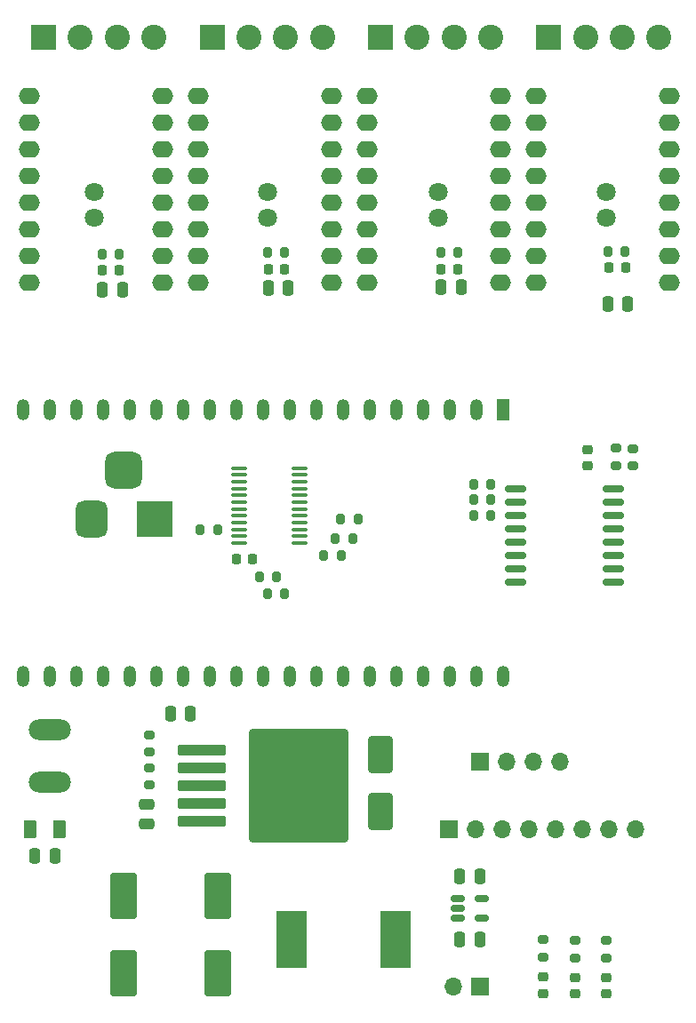
<source format=gts>
G04 #@! TF.GenerationSoftware,KiCad,Pcbnew,8.0.3-8.0.3-0~ubuntu20.04.1*
G04 #@! TF.CreationDate,2025-01-28T05:51:01-03:00*
G04 #@! TF.ProjectId,syringe_pump,73797269-6e67-4655-9f70-756d702e6b69,rev?*
G04 #@! TF.SameCoordinates,Original*
G04 #@! TF.FileFunction,Soldermask,Top*
G04 #@! TF.FilePolarity,Negative*
%FSLAX46Y46*%
G04 Gerber Fmt 4.6, Leading zero omitted, Abs format (unit mm)*
G04 Created by KiCad (PCBNEW 8.0.3-8.0.3-0~ubuntu20.04.1) date 2025-01-28 05:51:01*
%MOMM*%
%LPD*%
G01*
G04 APERTURE LIST*
G04 Aperture macros list*
%AMRoundRect*
0 Rectangle with rounded corners*
0 $1 Rounding radius*
0 $2 $3 $4 $5 $6 $7 $8 $9 X,Y pos of 4 corners*
0 Add a 4 corners polygon primitive as box body*
4,1,4,$2,$3,$4,$5,$6,$7,$8,$9,$2,$3,0*
0 Add four circle primitives for the rounded corners*
1,1,$1+$1,$2,$3*
1,1,$1+$1,$4,$5*
1,1,$1+$1,$6,$7*
1,1,$1+$1,$8,$9*
0 Add four rect primitives between the rounded corners*
20,1,$1+$1,$2,$3,$4,$5,0*
20,1,$1+$1,$4,$5,$6,$7,0*
20,1,$1+$1,$6,$7,$8,$9,0*
20,1,$1+$1,$8,$9,$2,$3,0*%
G04 Aperture macros list end*
%ADD10RoundRect,0.200000X-0.275000X0.200000X-0.275000X-0.200000X0.275000X-0.200000X0.275000X0.200000X0*%
%ADD11RoundRect,0.250000X0.475000X-0.250000X0.475000X0.250000X-0.475000X0.250000X-0.475000X-0.250000X0*%
%ADD12RoundRect,0.225000X0.250000X-0.225000X0.250000X0.225000X-0.250000X0.225000X-0.250000X-0.225000X0*%
%ADD13RoundRect,0.200000X0.200000X0.275000X-0.200000X0.275000X-0.200000X-0.275000X0.200000X-0.275000X0*%
%ADD14RoundRect,0.200000X-0.200000X-0.275000X0.200000X-0.275000X0.200000X0.275000X-0.200000X0.275000X0*%
%ADD15RoundRect,0.225000X0.225000X0.250000X-0.225000X0.250000X-0.225000X-0.250000X0.225000X-0.250000X0*%
%ADD16RoundRect,0.250000X-0.250000X-0.475000X0.250000X-0.475000X0.250000X0.475000X-0.250000X0.475000X0*%
%ADD17RoundRect,0.250000X0.250000X0.475000X-0.250000X0.475000X-0.250000X-0.475000X0.250000X-0.475000X0*%
%ADD18C,1.800000*%
%ADD19RoundRect,0.250000X-2.050000X-0.300000X2.050000X-0.300000X2.050000X0.300000X-2.050000X0.300000X0*%
%ADD20RoundRect,0.250002X-4.449998X-5.149998X4.449998X-5.149998X4.449998X5.149998X-4.449998X5.149998X0*%
%ADD21RoundRect,0.218750X0.256250X-0.218750X0.256250X0.218750X-0.256250X0.218750X-0.256250X-0.218750X0*%
%ADD22R,1.700000X1.700000*%
%ADD23O,1.700000X1.700000*%
%ADD24RoundRect,0.150000X-0.512500X-0.150000X0.512500X-0.150000X0.512500X0.150000X-0.512500X0.150000X0*%
%ADD25RoundRect,0.250000X1.000000X-1.950000X1.000000X1.950000X-1.000000X1.950000X-1.000000X-1.950000X0*%
%ADD26R,2.900000X5.400000*%
%ADD27RoundRect,0.150000X-0.875000X-0.150000X0.875000X-0.150000X0.875000X0.150000X-0.875000X0.150000X0*%
%ADD28RoundRect,0.250000X-0.900000X1.500000X-0.900000X-1.500000X0.900000X-1.500000X0.900000X1.500000X0*%
%ADD29O,4.000000X2.000000*%
%ADD30RoundRect,0.225000X-0.225000X-0.250000X0.225000X-0.250000X0.225000X0.250000X-0.225000X0.250000X0*%
%ADD31RoundRect,0.100000X0.637500X0.100000X-0.637500X0.100000X-0.637500X-0.100000X0.637500X-0.100000X0*%
%ADD32RoundRect,0.250000X-0.375000X-0.625000X0.375000X-0.625000X0.375000X0.625000X-0.375000X0.625000X0*%
%ADD33R,1.200000X2.000000*%
%ADD34O,1.200000X2.000000*%
%ADD35R,2.400000X2.400000*%
%ADD36C,2.400000*%
%ADD37O,2.000000X1.600000*%
%ADD38R,3.500000X3.500000*%
%ADD39RoundRect,0.750000X-0.750000X-1.000000X0.750000X-1.000000X0.750000X1.000000X-0.750000X1.000000X0*%
%ADD40RoundRect,0.875000X-0.875000X-0.875000X0.875000X-0.875000X0.875000X0.875000X-0.875000X0.875000X0*%
G04 APERTURE END LIST*
D10*
X104000000Y-143562500D03*
X104000000Y-145212500D03*
D11*
X63225000Y-132475000D03*
X63225000Y-130575000D03*
D12*
X105162948Y-98360000D03*
X105162948Y-96810000D03*
D13*
X108775000Y-77950000D03*
X107125000Y-77950000D03*
D10*
X107932948Y-96690000D03*
X107932948Y-98340000D03*
D14*
X94350000Y-103095000D03*
X96000000Y-103095000D03*
D15*
X60550000Y-79750000D03*
X59000000Y-79750000D03*
D16*
X93050000Y-143500000D03*
X94950000Y-143500000D03*
D17*
X76700000Y-81400000D03*
X74800000Y-81400000D03*
D18*
X58225000Y-74750000D03*
X58225000Y-72250000D03*
D19*
X68500000Y-125400000D03*
X68500000Y-127100000D03*
X68500000Y-128800000D03*
D20*
X77650000Y-128800000D03*
D19*
X68500000Y-130500000D03*
X68500000Y-132200000D03*
D17*
X54450000Y-135500000D03*
X52550000Y-135500000D03*
D10*
X109542948Y-96730000D03*
X109542948Y-98380000D03*
D21*
X101000000Y-148625000D03*
X101000000Y-147050000D03*
D10*
X63500000Y-123975000D03*
X63500000Y-125625000D03*
D22*
X92000000Y-133000000D03*
D23*
X94540000Y-133000000D03*
X97080000Y-133000000D03*
X99620000Y-133000000D03*
X102160000Y-133000000D03*
X104700000Y-133000000D03*
X107240000Y-133000000D03*
X109780000Y-133000000D03*
D24*
X92862500Y-139550000D03*
X92862500Y-140500000D03*
X92862500Y-141450000D03*
X95137500Y-141450000D03*
X95137500Y-139550000D03*
D25*
X61000000Y-146700000D03*
X61000000Y-139300000D03*
D14*
X94350000Y-100095000D03*
X96000000Y-100095000D03*
D13*
X69950000Y-104475000D03*
X68300000Y-104475000D03*
D17*
X93150000Y-81350000D03*
X91250000Y-81350000D03*
D14*
X94350000Y-101595000D03*
X96000000Y-101595000D03*
X81700000Y-103400000D03*
X83350000Y-103400000D03*
D26*
X86950000Y-143500000D03*
X77050000Y-143500000D03*
D15*
X76325000Y-79600000D03*
X74775000Y-79600000D03*
D17*
X109050000Y-82900000D03*
X107150000Y-82900000D03*
D13*
X81750000Y-106875000D03*
X80100000Y-106875000D03*
X60600000Y-78200000D03*
X58950000Y-78200000D03*
D27*
X98350000Y-100555000D03*
X98350000Y-101825000D03*
X98350000Y-103095000D03*
X98350000Y-104365000D03*
X98350000Y-105635000D03*
X98350000Y-106905000D03*
X98350000Y-108175000D03*
X98350000Y-109445000D03*
X107650000Y-109445000D03*
X107650000Y-108175000D03*
X107650000Y-106905000D03*
X107650000Y-105635000D03*
X107650000Y-104365000D03*
X107650000Y-103095000D03*
X107650000Y-101825000D03*
X107650000Y-100555000D03*
D10*
X63500000Y-127125000D03*
X63500000Y-128775000D03*
D28*
X85500000Y-125900000D03*
X85500000Y-131300000D03*
D14*
X73925000Y-108900000D03*
X75575000Y-108900000D03*
D18*
X107000000Y-74750000D03*
X107000000Y-72250000D03*
D14*
X81175000Y-105325000D03*
X82825000Y-105325000D03*
D10*
X101000000Y-143492500D03*
X101000000Y-145142500D03*
D29*
X54000000Y-128500000D03*
X54000000Y-123500000D03*
D30*
X71725000Y-107200000D03*
X73275000Y-107200000D03*
D25*
X70000000Y-146700000D03*
X70000000Y-139300000D03*
D16*
X65500000Y-122000000D03*
X67400000Y-122000000D03*
D31*
X77750000Y-105725000D03*
X77750000Y-105075000D03*
X77750000Y-104425000D03*
X77750000Y-103775000D03*
X77750000Y-103125000D03*
X77750000Y-102475000D03*
X77750000Y-101825000D03*
X77750000Y-101175000D03*
X77750000Y-100525000D03*
X77750000Y-99875000D03*
X77750000Y-99225000D03*
X77750000Y-98575000D03*
X72025000Y-98575000D03*
X72025000Y-99225000D03*
X72025000Y-99875000D03*
X72025000Y-100525000D03*
X72025000Y-101175000D03*
X72025000Y-101825000D03*
X72025000Y-102475000D03*
X72025000Y-103125000D03*
X72025000Y-103775000D03*
X72025000Y-104425000D03*
X72025000Y-105075000D03*
X72025000Y-105725000D03*
D18*
X74700000Y-74750000D03*
X74700000Y-72250000D03*
D22*
X95000000Y-126500000D03*
D23*
X97540000Y-126500000D03*
X100080000Y-126500000D03*
X102620000Y-126500000D03*
D21*
X104000000Y-148675000D03*
X104000000Y-147100000D03*
D15*
X92825000Y-79600000D03*
X91275000Y-79600000D03*
D17*
X94950000Y-137500000D03*
X93050000Y-137500000D03*
D14*
X74725000Y-110550000D03*
X76375000Y-110550000D03*
D17*
X60900000Y-81600000D03*
X59000000Y-81600000D03*
D22*
X95000000Y-148000000D03*
D23*
X92460000Y-148000000D03*
D18*
X91000000Y-74750000D03*
X91000000Y-72250000D03*
D32*
X52100000Y-133000000D03*
X54900000Y-133000000D03*
D15*
X108825000Y-79500000D03*
X107275000Y-79500000D03*
D13*
X92875000Y-78050000D03*
X91225000Y-78050000D03*
D21*
X107000000Y-148675000D03*
X107000000Y-147100000D03*
D13*
X76375000Y-78050000D03*
X74725000Y-78050000D03*
D10*
X107000000Y-143562500D03*
X107000000Y-145212500D03*
D33*
X97140000Y-93000000D03*
D34*
X94600000Y-93000000D03*
X92060000Y-93000000D03*
X89520000Y-93000000D03*
X86980000Y-93000000D03*
X84440000Y-93000000D03*
X81900000Y-93000000D03*
X79360000Y-93000000D03*
X76820000Y-93000000D03*
X74280000Y-93000000D03*
X71740000Y-93000000D03*
X69200000Y-93000000D03*
X66660000Y-93000000D03*
X64120000Y-93000000D03*
X61580000Y-93000000D03*
X59040000Y-93000000D03*
X56500000Y-93000000D03*
X53960000Y-93000000D03*
X51420000Y-93000000D03*
X51422720Y-118396320D03*
X53962720Y-118396320D03*
X56500000Y-118400000D03*
X59040000Y-118400000D03*
X61580000Y-118400000D03*
X64120000Y-118400000D03*
X66660000Y-118400000D03*
X69200000Y-118400000D03*
X71740000Y-118400000D03*
X74280000Y-118400000D03*
X76820000Y-118400000D03*
X79360000Y-118400000D03*
X81900000Y-118400000D03*
X84440000Y-118400000D03*
X86980000Y-118400000D03*
X89520000Y-118400000D03*
X92060000Y-118400000D03*
X94600000Y-118400000D03*
X97140000Y-118400000D03*
D35*
X69433333Y-57500000D03*
D36*
X72933333Y-57500000D03*
X76433333Y-57500000D03*
X79933333Y-57500000D03*
D37*
X68100000Y-80890000D03*
X68100000Y-78350000D03*
X68100000Y-75810000D03*
X68100000Y-73270000D03*
X68100000Y-70730000D03*
X68100000Y-68190000D03*
X68100000Y-65650000D03*
X68100000Y-63110000D03*
X80800000Y-63110000D03*
X80800000Y-65650000D03*
X80800000Y-68190000D03*
X80800000Y-70730000D03*
X80800000Y-73270000D03*
X80800000Y-75810000D03*
X80800000Y-78350000D03*
X80800000Y-80890000D03*
D35*
X53400000Y-57500000D03*
D36*
X56900000Y-57500000D03*
X60400000Y-57500000D03*
X63900000Y-57500000D03*
D35*
X101500000Y-57500000D03*
D36*
X105000000Y-57500000D03*
X108500000Y-57500000D03*
X112000000Y-57500000D03*
D37*
X84200000Y-80890000D03*
X84200000Y-78350000D03*
X84200000Y-75810000D03*
X84200000Y-73270000D03*
X84200000Y-70730000D03*
X84200000Y-68190000D03*
X84200000Y-65650000D03*
X84200000Y-63110000D03*
X96900000Y-63110000D03*
X96900000Y-65650000D03*
X96900000Y-68190000D03*
X96900000Y-70730000D03*
X96900000Y-73270000D03*
X96900000Y-75810000D03*
X96900000Y-78350000D03*
X96900000Y-80890000D03*
D38*
X64000000Y-103457500D03*
D39*
X58000000Y-103457500D03*
D40*
X61000000Y-98757500D03*
D35*
X85466666Y-57500000D03*
D36*
X88966666Y-57500000D03*
X92466666Y-57500000D03*
X95966666Y-57500000D03*
D37*
X52000000Y-80890000D03*
X52000000Y-78350000D03*
X52000000Y-75810000D03*
X52000000Y-73270000D03*
X52000000Y-70730000D03*
X52000000Y-68190000D03*
X52000000Y-65650000D03*
X52000000Y-63110000D03*
X64700000Y-63110000D03*
X64700000Y-65650000D03*
X64700000Y-68190000D03*
X64700000Y-70730000D03*
X64700000Y-73270000D03*
X64700000Y-75810000D03*
X64700000Y-78350000D03*
X64700000Y-80890000D03*
X100300000Y-80890000D03*
X100300000Y-78350000D03*
X100300000Y-75810000D03*
X100300000Y-73270000D03*
X100300000Y-70730000D03*
X100300000Y-68190000D03*
X100300000Y-65650000D03*
X100300000Y-63110000D03*
X113000000Y-63110000D03*
X113000000Y-65650000D03*
X113000000Y-68190000D03*
X113000000Y-70730000D03*
X113000000Y-73270000D03*
X113000000Y-75810000D03*
X113000000Y-78350000D03*
X113000000Y-80890000D03*
M02*

</source>
